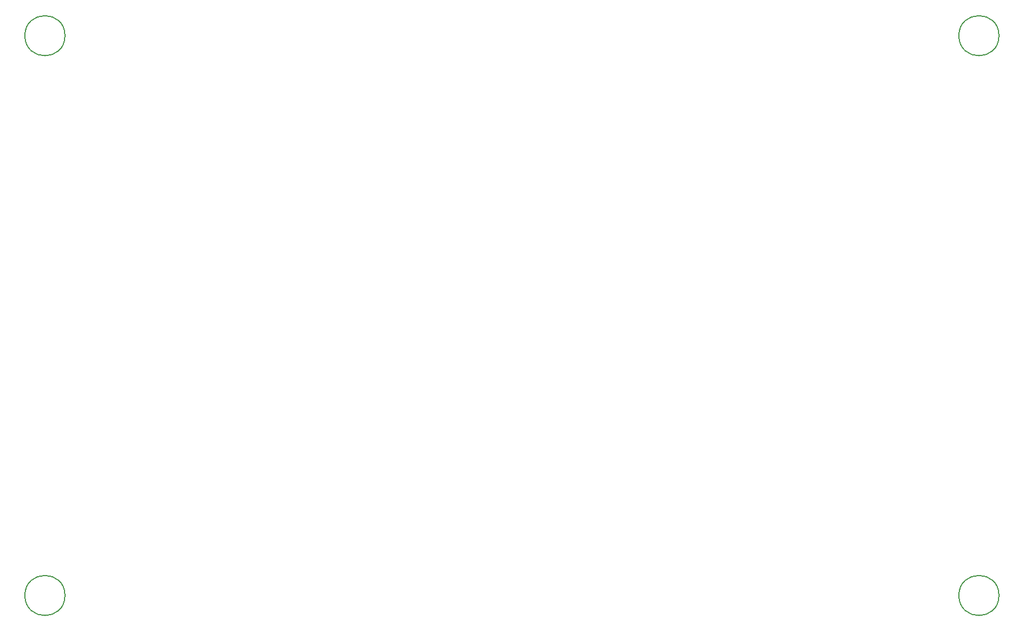
<source format=gbr>
G04 #@! TF.FileFunction,Other,Comment*
%FSLAX46Y46*%
G04 Gerber Fmt 4.6, Leading zero omitted, Abs format (unit mm)*
G04 Created by KiCad (PCBNEW 4.0.7) date 09/14/18 10:33:28*
%MOMM*%
%LPD*%
G01*
G04 APERTURE LIST*
%ADD10C,0.100000*%
%ADD11C,0.150000*%
G04 APERTURE END LIST*
D10*
D11*
X70310000Y-43180000D02*
G75*
G03X70310000Y-43180000I-3000000J0D01*
G01*
X70310000Y-127000000D02*
G75*
G03X70310000Y-127000000I-3000000J0D01*
G01*
X210010000Y-127000000D02*
G75*
G03X210010000Y-127000000I-3000000J0D01*
G01*
X210010000Y-43180000D02*
G75*
G03X210010000Y-43180000I-3000000J0D01*
G01*
M02*

</source>
